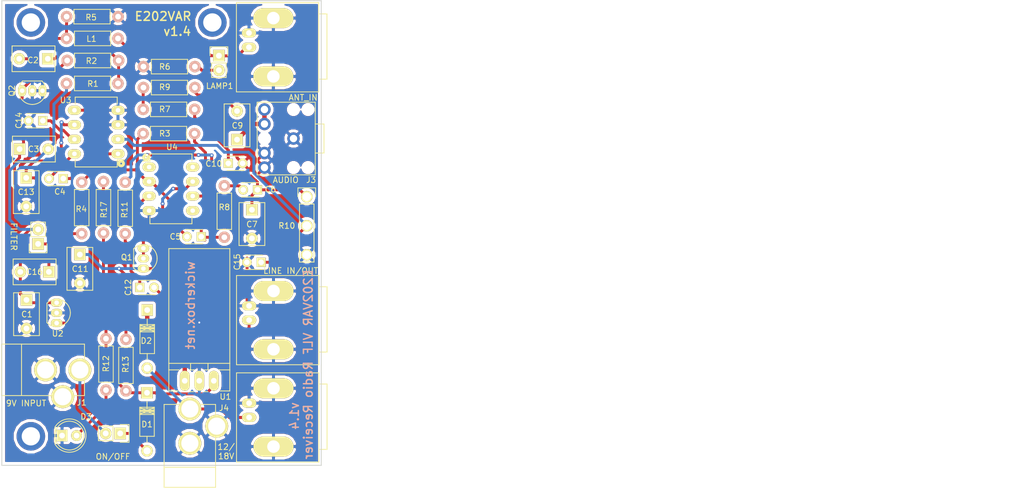
<source format=kicad_pcb>
(kicad_pcb (version 4) (host pcbnew 4.0.5-e0-6337~49~ubuntu16.04.1)
  (title_block (title "E202VAR Natural Radio Receiver") (date "16 Oct 2015") (rev v1.4) (company "CERN Open Hardware License v1.2") (comment 1 jenner@wickerbox.net) (comment 2 http://wickerbox.net) (comment 3 "Wickerbox Electronics"))
  (layers (0 F.Cu signal) (31 B.Cu signal) (34 B.Paste user) (35 F.Paste user) (36 B.SilkS user) (37 F.SilkS user) (38 B.Mask user) (39 F.Mask user) (44 Edge.Cuts user))
  (net 0 "")
  (net 1 GND)
  (net 2 "Net-(BNC1-Pad1)")
  (net 3 "Net-(BNC2-Pad1)")
  (net 4 "Net-(BNC3-Pad1)")
  (net 5 +2V)
  (net 6 "Net-(C2-Pad1)")
  (net 7 "Net-(C2-Pad2)")
  (net 8 "Net-(C3-Pad1)")
  (net 9 "Net-(C4-Pad1)")
  (net 10 "Net-(C4-Pad2)")
  (net 11 "Net-(C5-Pad1)")
  (net 12 "Net-(C5-Pad2)")
  (net 13 "Net-(C6-Pad1)")
  (net 14 "Net-(C6-Pad2)")
  (net 15 "Net-(C9-Pad1)")
  (net 16 "Net-(C9-Pad2)")
  (net 17 "Net-(C10-Pad1)")
  (net 18 "Net-(C11-Pad1)")
  (net 19 "Net-(C12-Pad1)")
  (net 20 "Net-(C13-Pad1)")
  (net 21 "Net-(C15-Pad1)")
  (net 22 "Net-(C16-Pad1)")
  (net 23 "Net-(D1-Pad2)")
  (net 24 +9V)
  (net 25 "Net-(D2-Pad1)")
  (net 26 "Net-(D3-Pad2)")
  (net 27 "Net-(J1-Pad1)")
  (net 28 "Net-(LAMP1-Pad2)")
  (net 29 "Net-(R7-Pad1)")
  (net 30 "Net-(C14-Pad1)")
  (module Wickerlib:DIP-8-W7.62MM-LONGPADS (layer F.Cu) (at 88.95588 70.4596 180)
    (fp_text reference U3)
    (fp_text value NJM386 hide)
    (fp_text user %R (at 9.14908 9.38784 180) (layer F.SilkS))
    (pad 1 thru_hole oval (at 0 0 180) (size 2.3 1.6) (drill 0.8) (layers *.Cu *.Mask F.SilkS) (net 9 "Net-(C4-Pad1)"))
    (pad 2 thru_hole oval (at 0 2.54 180) (size 2.3 1.6) (drill 0.8) (layers *.Cu *.Mask F.SilkS) (net 21 "Net-(C15-Pad1)"))
    (pad 3 thru_hole oval (at 0 5.08 180) (size 2.3 1.6) (drill 0.8) (layers *.Cu *.Mask F.SilkS) (net 1 GND))
    (pad 4 thru_hole oval (at 0 7.62 180) (size 2.3 1.6) (drill 0.8) (layers *.Cu *.Mask F.SilkS) (net 1 GND))
    (pad 5 thru_hole oval (at 7.62 7.62 180) (size 2.3 1.6) (drill 0.8) (layers *.Cu *.Mask F.SilkS) (net 29 "Net-(R7-Pad1)"))
    (pad 6 thru_hole oval (at 7.62 5.08 180) (size 2.3 1.6) (drill 0.8) (layers *.Cu *.Mask F.SilkS) (net 20 "Net-(C13-Pad1)"))
    (pad 7 thru_hole oval (at 7.62 2.54 180) (size 2.3 1.6) (drill 0.8) (layers *.Cu *.Mask F.SilkS) (net 30 "Net-(C14-Pad1)"))
    (pad 8 thru_hole oval (at 7.62 0 180) (size 2.3 1.6) (drill 0.8) (layers *.Cu *.Mask F.SilkS) (net 10 "Net-(C4-Pad2)"))
  )
  (module Wickerlib:CONN-ONSHORE-SCREW-GREEN-2PIN-TH (layer F.Cu) (at 74.9808 86.21776 180)
    (fp_text reference J5)
    (fp_text value FILTER hide)
    (pad 1 thru_hole rect (at 0 0 180) (size 2.032 2.032) (drill 1.016) (layers *.Cu *.Mask F.SilkS) (net 22 "Net-(C16-Pad1)"))
    (pad 2 thru_hole oval (at 0 2.54 180) (size 2.032 2.032) (drill 1.016) (layers *.Cu *.Mask F.SilkS) (net 5 +2V))
  )
  (module Wickerlib:RES-CARBONFILM-7MM (layer F.Cu) (at 90.3478 111.91826 90)
    (fp_text reference R13)
    (fp_text value 1K hide)
    (fp_text user %R (at 4.6185 -0.0635 90) (layer F.SilkS))
    (pad 1 thru_hole circle (at 0 0 90) (size 1.99898 1.99898) (drill 1.00076) (layers *.Cu *.SilkS *.Mask) (net 24 +9V))
    (pad 2 thru_hole circle (at 9 0 90) (size 1.99898 1.99898) (drill 1.00076) (layers *.Cu *.SilkS *.Mask) (net 18 "Net-(C11-Pad1)"))
  )
  (module Wickerlib:RES-CARBONFILM-7MM (layer F.Cu) (at 80.06588 54.13248)
    (fp_text reference R2)
    (fp_text value 100K hide)
    (fp_text user %R (at 4.24942 0.08128 180) (layer F.SilkS))
    (pad 1 thru_hole circle (at 0 0) (size 1.99898 1.99898) (drill 1.00076) (layers *.Cu *.SilkS *.Mask) (net 8 "Net-(C3-Pad1)"))
    (pad 2 thru_hole circle (at 9 0) (size 1.99898 1.99898) (drill 1.00076) (layers *.Cu *.SilkS *.Mask) (net 6 "Net-(C2-Pad1)"))
  )
  (module Wickerlib:CAP-DISC-D3MM-P2.5MM (layer F.Cu) (at 79.3858 74.78776 180)
    (fp_text reference C4)
    (fp_text value 10uF hide)
    (fp_text user %R (at 0.595 -2.286 360) (layer F.SilkS))
    (pad 1 thru_hole rect (at 0 0 180) (size 1.6 1.6) (drill 1) (layers *.Cu *.Mask F.SilkS) (net 9 "Net-(C4-Pad1)"))
    (pad 2 thru_hole circle (at 2.5 0 180) (size 1.7 1.7) (drill 1) (layers *.Cu *.Mask F.SilkS) (net 10 "Net-(C4-Pad2)"))
  )
  (module Wickerlib:CAP-DISC-D3MM-P2.5MM (layer F.Cu) (at 103.5158 84.94776 180)
    (fp_text reference C5)
    (fp_text value 150pF hide)
    (fp_text user %R (at 4.532 0 360) (layer F.SilkS))
    (pad 1 thru_hole rect (at 0 0 180) (size 1.6 1.6) (drill 1) (layers *.Cu *.Mask F.SilkS) (net 11 "Net-(C5-Pad1)"))
    (pad 2 thru_hole circle (at 2.5 0 180) (size 1.7 1.7) (drill 1) (layers *.Cu *.Mask F.SilkS) (net 12 "Net-(C5-Pad2)"))
  )
  (module Wickerlib:CAP-DISC-D3MM-P2.5MM (layer F.Cu) (at 113.3583 76.75626 180)
    (fp_text reference C6)
    (fp_text value 10uF hide)
    (fp_text user %R (at -2.2625 0.0635 180) (layer F.SilkS))
    (pad 1 thru_hole rect (at 0 0 180) (size 1.6 1.6) (drill 1) (layers *.Cu *.Mask F.SilkS) (net 13 "Net-(C6-Pad1)"))
    (pad 2 thru_hole circle (at 2.5 0 180) (size 1.7 1.7) (drill 1) (layers *.Cu *.Mask F.SilkS) (net 14 "Net-(C6-Pad2)"))
  )
  (module Wickerlib:CAP-DISC-D3MM-P2.5MM (layer F.Cu) (at 108.2548 72.12076)
    (fp_text reference C10)
    (fp_text value 10nF hide)
    (fp_text user %R (at -2.54 0.0635 180) (layer F.SilkS))
    (pad 1 thru_hole rect (at 0 0) (size 1.6 1.6) (drill 1) (layers *.Cu *.Mask F.SilkS) (net 17 "Net-(C10-Pad1)"))
    (pad 2 thru_hole circle (at 2.5 0) (size 1.7 1.7) (drill 1) (layers *.Cu *.Mask F.SilkS) (net 1 GND))
  )
  (module Wickerlib:CAP-DISC-D3MM-P2.5MM (layer F.Cu) (at 92.7608 93.83776)
    (fp_text reference C12)
    (fp_text value 10uF hide)
    (fp_text user %R (at -2.032 0 270) (layer F.SilkS))
    (pad 1 thru_hole rect (at 0 0) (size 1.6 1.6) (drill 1) (layers *.Cu *.Mask F.SilkS) (net 19 "Net-(C12-Pad1)"))
    (pad 2 thru_hole circle (at 2.5 0) (size 1.7 1.7) (drill 1) (layers *.Cu *.Mask F.SilkS) (net 4 "Net-(BNC3-Pad1)"))
  )
  (module Wickerlib:CONN-ONSHORE-SCREW-GREEN-2PIN-TH (layer F.Cu) (at 89.33942 119.36476 270)
    (fp_text reference J2)
    (fp_text value ON/OFF hide)
    (pad 1 thru_hole rect (at 0 0 270) (size 2.032 2.032) (drill 1.016) (layers *.Cu *.Mask F.SilkS) (net 23 "Net-(D1-Pad2)"))
    (pad 2 thru_hole oval (at 0 2.54 270) (size 2.032 2.032) (drill 1.016) (layers *.Cu *.Mask F.SilkS) (net 27 "Net-(J1-Pad1)"))
  )
  (module Wickerlib:CONN-HEADER-STRAIGHT-P2.54MM-1x02 (layer F.Cu) (at 106.60888 53.29428)
    (fp_text reference LAMP1)
    (fp_text value NEON hide)
    (fp_text user %R (at 0.12192 5.30098 180) (layer F.SilkS))
    (pad 1 thru_hole rect (at 0 0) (size 2.032 2.032) (drill 1.016) (layers *.Cu *.Mask F.SilkS) (net 3 "Net-(BNC2-Pad1)"))
    (pad 2 thru_hole oval (at 0 2.54) (size 2.032 2.032) (drill 1.016) (layers *.Cu *.Mask F.SilkS) (net 28 "Net-(LAMP1-Pad2)"))
  )
  (module Wickerlib:TO-92-INLINE-NARROW-OVAL (layer F.Cu) (at 93.3958 87.48776 270)
    (fp_text reference Q1)
    (fp_text value BC547 hide)
    (fp_text user %R (at 1.0795 2.921 540) (layer F.SilkS))
    (pad 2 thru_hole oval (at 1.27 0 90) (size 1.4 2) (drill 0.8) (layers *.Cu *.Mask F.SilkS) (net 8 "Net-(C3-Pad1)"))
    (pad 3 thru_hole oval (at 3.048 0 90) (size 1.4 2) (drill 0.8) (layers *.Cu *.Mask F.SilkS) (net 18 "Net-(C11-Pad1)"))
    (pad 1 thru_hole oval (at -0.508 0 90) (size 1.4 2) (drill 0.8) (layers *.Cu *.Mask F.SilkS) (net 8 "Net-(C3-Pad1)"))
  )
  (module Wickerlib:TO-92-INLINE-NARROW-OVAL (layer F.Cu) (at 75.2348 59.42076 180)
    (fp_text reference Q2)
    (fp_text value BC547 hide)
    (fp_text user %R (at 4.826 0 270) (layer F.SilkS))
    (pad 2 thru_hole oval (at 1.27 0) (size 1.4 2) (drill 0.8) (layers *.Cu *.Mask F.SilkS) (net 1 GND))
    (pad 3 thru_hole oval (at 3.048 0) (size 1.4 2) (drill 0.8) (layers *.Cu *.Mask F.SilkS) (net 8 "Net-(C3-Pad1)"))
    (pad 1 thru_hole oval (at -0.508 0) (size 1.4 2) (drill 0.8) (layers *.Cu *.Mask F.SilkS) (net 1 GND))
  )
  (module Wickerlib:RES-CARBONFILM-7MM (layer F.Cu) (at 88.9508 58.15076 180)
    (fp_text reference R1)
    (fp_text value 10M hide)
    (fp_text user %R (at 4.3815 -0.0635 180) (layer F.SilkS))
    (pad 1 thru_hole circle (at 0 0 180) (size 1.99898 1.99898) (drill 1.00076) (layers *.Cu *.SilkS *.Mask) (net 6 "Net-(C2-Pad1)"))
    (pad 2 thru_hole circle (at 9 0 180) (size 1.99898 1.99898) (drill 1.00076) (layers *.Cu *.SilkS *.Mask) (net 5 +2V))
  )
  (module Wickerlib:RES-CARBONFILM-7MM (layer F.Cu) (at 93.34422 66.92392)
    (fp_text reference R3)
    (fp_text value 100K hide)
    (fp_text user %R (at 3.79808 -0.01016) (layer F.SilkS))
    (pad 1 thru_hole circle (at 0 0) (size 1.99898 1.99898) (drill 1.00076) (layers *.Cu *.SilkS *.Mask) (net 12 "Net-(C5-Pad2)"))
    (pad 2 thru_hole circle (at 9 0) (size 1.99898 1.99898) (drill 1.00076) (layers *.Cu *.SilkS *.Mask) (net 11 "Net-(C5-Pad1)"))
  )
  (module Wickerlib:RES-CARBONFILM-7MM (layer F.Cu) (at 82.6008 75.42276 270)
    (fp_text reference R4)
    (fp_text value 3.3k hide)
    (fp_text user %R (at 4.699 0.0635 360) (layer F.SilkS))
    (pad 1 thru_hole circle (at 0 0 270) (size 1.99898 1.99898) (drill 1.00076) (layers *.Cu *.SilkS *.Mask) (net 12 "Net-(C5-Pad2)"))
    (pad 2 thru_hole circle (at 9 0 270) (size 1.99898 1.99898) (drill 1.00076) (layers *.Cu *.SilkS *.Mask) (net 22 "Net-(C16-Pad1)"))
  )
  (module Wickerlib:RES-CARBONFILM-7MM (layer F.Cu) (at 79.96604 46.45914)
    (fp_text reference R5)
    (fp_text value 10M hide)
    (fp_text user %R (at 4.28576 0.13462) (layer F.SilkS))
    (pad 1 thru_hole circle (at 0 0) (size 1.99898 1.99898) (drill 1.00076) (layers *.Cu *.SilkS *.Mask) (net 7 "Net-(C2-Pad2)"))
    (pad 2 thru_hole circle (at 9 0) (size 1.99898 1.99898) (drill 1.00076) (layers *.Cu *.SilkS *.Mask) (net 1 GND))
  )
  (module Wickerlib:RES-CARBONFILM-7MM (layer F.Cu) (at 102.40342 55.20182 180)
    (fp_text reference R6)
    (fp_text value 100K hide)
    (fp_text user %R (at 5.26112 -0.02794 180) (layer F.SilkS))
    (pad 1 thru_hole circle (at 0 0 180) (size 1.99898 1.99898) (drill 1.00076) (layers *.Cu *.SilkS *.Mask) (net 28 "Net-(LAMP1-Pad2)"))
    (pad 2 thru_hole circle (at 9 0 180) (size 1.99898 1.99898) (drill 1.00076) (layers *.Cu *.SilkS *.Mask) (net 1 GND))
  )
  (module Wickerlib:RES-CARBONFILM-7MM (layer F.Cu) (at 93.36024 62.68466)
    (fp_text reference R7)
    (fp_text value 10 hide)
    (fp_text user %R (at 3.78206 -0.0254) (layer F.SilkS))
    (pad 1 thru_hole circle (at 0 0) (size 1.99898 1.99898) (drill 1.00076) (layers *.Cu *.SilkS *.Mask) (net 29 "Net-(R7-Pad1)"))
    (pad 2 thru_hole circle (at 9 0) (size 1.99898 1.99898) (drill 1.00076) (layers *.Cu *.SilkS *.Mask) (net 17 "Net-(C10-Pad1)"))
  )
  (module Wickerlib:HOLE-PLATED-3.2MM (layer F.Cu) (at 73.7108 47.48276)
    (fp_text reference H2)
    (fp_text value HOLE-PLATED-3.2MM hide)
    (pad 1 thru_hole circle (at 0 0) (size 5 5) (drill 3.2) (layers *.Cu *.Mask))
  )
  (module Wickerlib:HOLE-PLATED-3.2MM (layer F.Cu) (at 73.7108 119.87276)
    (fp_text reference H3)
    (fp_text value HOLE-PLATED-3.2MM hide)
    (pad 1 thru_hole circle (at 0 0) (size 5 5) (drill 3.2) (layers *.Cu *.Mask))
  )
  (module Wickerlib:HOLE-PLATED-3.2MM (layer F.Cu) (at 105.4608 47.48276)
    (fp_text reference H1)
    (fp_text value HOLE-PLATED-3.2MM hide)
    (pad 1 thru_hole circle (at 0 0) (size 5 5) (drill 3.2) (layers *.Cu *.Mask))
  )
  (module Wickerlib:RES-CARBONFILM-7MM (layer F.Cu) (at 107.5563 76.05776 270)
    (fp_text reference R8)
    (fp_text value 10K hide)
    (fp_text user %R (at 3.7465 0 540) (layer F.SilkS))
    (pad 1 thru_hole circle (at 0 0 270) (size 1.99898 1.99898) (drill 1.00076) (layers *.Cu *.SilkS *.Mask) (net 14 "Net-(C6-Pad2)"))
    (pad 2 thru_hole circle (at 9 0 270) (size 1.99898 1.99898) (drill 1.00076) (layers *.Cu *.SilkS *.Mask) (net 11 "Net-(C5-Pad1)"))
  )
  (module Wickerlib:RES-CARBONFILM-7MM (layer F.Cu) (at 102.40342 58.86704 180)
    (fp_text reference R9)
    (fp_text value 33 hide)
    (fp_text user %R (at 5.26112 0.08128 180) (layer F.SilkS))
    (pad 1 thru_hole circle (at 0 0 180) (size 1.99898 1.99898) (drill 1.00076) (layers *.Cu *.SilkS *.Mask) (net 16 "Net-(C9-Pad2)"))
    (pad 2 thru_hole circle (at 9 0 180) (size 1.99898 1.99898) (drill 1.00076) (layers *.Cu *.SilkS *.Mask) (net 29 "Net-(R7-Pad1)"))
  )
  (module Wickerlib:RES-CARBONFILM-7MM (layer F.Cu) (at 90.2208 84.42276 90)
    (fp_text reference R11)
    (fp_text value 4.7K hide)
    (fp_text user %R (at 4.174 -0.127 90) (layer F.SilkS))
    (pad 1 thru_hole circle (at 0 0 90) (size 1.99898 1.99898) (drill 1.00076) (layers *.Cu *.SilkS *.Mask) (net 19 "Net-(C12-Pad1)"))
    (pad 2 thru_hole circle (at 9 0 90) (size 1.99898 1.99898) (drill 1.00076) (layers *.Cu *.SilkS *.Mask) (net 13 "Net-(C6-Pad1)"))
  )
  (module Wickerlib:RES-CARBONFILM-7MM (layer F.Cu) (at 86.8553 102.79126 270)
    (fp_text reference R12)
    (fp_text value 2.2K hide)
    (fp_text user %R (at 4.3815 0 270) (layer F.SilkS))
    (pad 1 thru_hole circle (at 0 0 270) (size 1.99898 1.99898) (drill 1.00076) (layers *.Cu *.SilkS *.Mask) (net 24 +9V))
    (pad 2 thru_hole circle (at 9 0 270) (size 1.99898 1.99898) (drill 1.00076) (layers *.Cu *.SilkS *.Mask) (net 26 "Net-(D3-Pad2)"))
  )
  (module Wickerlib:RES-CARBONFILM-7MM (layer F.Cu) (at 86.4108 84.31276 90)
    (fp_text reference R17)
    (fp_text value 33 hide)
    (fp_text user %R (at 4.064 0.0635 270) (layer F.SilkS))
    (pad 1 thru_hole circle (at 0 0 90) (size 1.99898 1.99898) (drill 1.00076) (layers *.Cu *.SilkS *.Mask) (net 24 +9V))
    (pad 2 thru_hole circle (at 9 0 90) (size 1.99898 1.99898) (drill 1.00076) (layers *.Cu *.SilkS *.Mask) (net 20 "Net-(C13-Pad1)"))
  )
  (module Wickerlib:TO-92-INLINE-NARROW-OVAL (layer F.Cu) (at 78.2193 97.01276 270)
    (fp_text reference U2)
    (fp_text value TLE2426 hide)
    (fp_text user %R (at 4.8895 -0.1905 360) (layer F.SilkS))
    (pad 2 thru_hole oval (at 1.27 0 90) (size 1.4 2) (drill 0.8) (layers *.Cu *.Mask F.SilkS) (net 1 GND))
    (pad 3 thru_hole oval (at 3.048 0 90) (size 1.4 2) (drill 0.8) (layers *.Cu *.Mask F.SilkS) (net 24 +9V))
    (pad 1 thru_hole oval (at -0.508 0 90) (size 1.4 2) (drill 0.8) (layers *.Cu *.Mask F.SilkS) (net 5 +2V))
  )
  (module Wickerlib:RES-CARBONFILM-7MM (layer F.Cu) (at 88.9508 50.27676 180)
    (fp_text reference L1)
    (fp_text value 3.3UH hide)
    (fp_text user %R (at 4.6355 -0.0635 360) (layer F.SilkS))
    (pad 1 thru_hole circle (at 0 0 180) (size 1.99898 1.99898) (drill 1.00076) (layers *.Cu *.SilkS *.Mask) (net 3 "Net-(BNC2-Pad1)"))
    (pad 2 thru_hole circle (at 9 0 180) (size 1.99898 1.99898) (drill 1.00076) (layers *.Cu *.SilkS *.Mask) (net 7 "Net-(C2-Pad2)"))
  )
  (module Wickerlib:LED-D5MM-2PIN (layer F.Cu) (at 79.1718 119.74576)
    (fp_text reference D3)
    (fp_text value BLUE hide)
    (fp_text user %R (at 4.191 -3.302) (layer F.SilkS))
    (pad 1 thru_hole rect (at 0 0 90) (size 2 1.9) (drill 1.00076) (layers *.Cu *.Mask F.SilkS) (net 1 GND))
    (pad 2 thru_hole circle (at 2.54 0) (size 1.9 1.9) (drill 1.00076) (layers *.Cu *.Mask F.SilkS) (net 26 "Net-(D3-Pad2)"))
  )
  (module Wickerlib:CAP-DISC-D7.5MM-P5MM (layer F.Cu) (at 82.2833 88.07576 270)
    (fp_text reference C11)
    (fp_text value 100nF hide)
    (fp_text user %R (at 2.5235 -0.0635 360) (layer F.SilkS))
    (pad 1 thru_hole rect (at 0 0 270) (size 2 2) (drill 1) (layers *.Cu *.Mask F.SilkS) (net 18 "Net-(C11-Pad1)"))
    (pad 2 thru_hole circle (at 5 0 270) (size 2 2) (drill 1) (layers *.Cu *.Mask F.SilkS) (net 1 GND))
  )
  (module Wickerlib:DIP-8-W7.62MM-LONGPADS (layer F.Cu) (at 94.40164 72.77354)
    (fp_text reference U4)
    (fp_text value TL081CP hide)
    (fp_text user %R (at 4 -3.5) (layer F.SilkS))
    (pad 1 thru_hole oval (at 0 0) (size 2.3 1.6) (drill 0.8) (layers *.Cu *.Mask F.SilkS))
    (pad 2 thru_hole oval (at 0 2.54) (size 2.3 1.6) (drill 0.8) (layers *.Cu *.Mask F.SilkS) (net 12 "Net-(C5-Pad2)"))
    (pad 3 thru_hole oval (at 0 5.08) (size 2.3 1.6) (drill 0.8) (layers *.Cu *.Mask F.SilkS) (net 8 "Net-(C3-Pad1)"))
    (pad 4 thru_hole oval (at 0 7.62) (size 2.3 1.6) (drill 0.8) (layers *.Cu *.Mask F.SilkS) (net 1 GND))
    (pad 5 thru_hole oval (at 7.62 7.62) (size 2.3 1.6) (drill 0.8) (layers *.Cu *.Mask F.SilkS))
    (pad 6 thru_hole oval (at 7.62 5.08) (size 2.3 1.6) (drill 0.8) (layers *.Cu *.Mask F.SilkS) (net 11 "Net-(C5-Pad1)"))
    (pad 7 thru_hole oval (at 7.62 2.54) (size 2.3 1.6) (drill 0.8) (layers *.Cu *.Mask F.SilkS) (net 18 "Net-(C11-Pad1)"))
    (pad 8 thru_hole oval (at 7.62 0) (size 2.3 1.6) (drill 0.8) (layers *.Cu *.Mask F.SilkS))
  )
  (module Wickerlib:RES-TRIMPOT-TTELEC-P160-TH (layer F.Cu) (at 121.9708 77.96276)
    (fp_text reference R10)
    (fp_text value 10K hide)
    (fp_text user %R (at -3.4925 5.08 180) (layer F.SilkS))
    (pad 1 thru_hole circle (at 0 0) (size 2.032 2.032) (drill 1.524) (layers *.Cu *.Mask F.SilkS) (net 13 "Net-(C6-Pad1)"))
    (pad 2 thru_hole circle (at 0 5.08) (size 2.032 2.032) (drill 1.524) (layers *.Cu *.Mask F.SilkS) (net 21 "Net-(C15-Pad1)"))
    (pad 3 thru_hole circle (at 0 10.16) (size 2.032 2.032) (drill 1.524) (layers *.Cu *.Mask F.SilkS) (net 1 GND))
  )
  (module Wickerlib:DIODE-DO-41 (layer F.Cu) (at 94.06382 97.78746 270)
    (fp_text reference D2)
    (fp_text value 1N4001 hide)
    (fp_text user %R (at 5.3848 0.16002 540) (layer F.SilkS))
    (pad 2 thru_hole circle (at 10.16 -0.00254 90) (size 1.99898 1.99898) (drill 1.27) (layers *.Cu *.Mask F.SilkS) (net 2 "Net-(BNC1-Pad1)"))
    (pad 1 thru_hole rect (at 0 -0.00254 90) (size 1.99898 1.99898) (drill 1.00076) (layers *.Cu *.Mask F.SilkS) (net 25 "Net-(D2-Pad1)"))
  )
  (module Wickerlib:DIODE-DO-41 (layer F.Cu) (at 94.02826 112.25276 270)
    (fp_text reference D1)
    (fp_text value 1N4001 hide)
    (fp_text user %R (at 5.5245 -0.00254 360) (layer F.SilkS))
    (pad 2 thru_hole circle (at 10.16 -0.00254 90) (size 1.99898 1.99898) (drill 1.27) (layers *.Cu *.Mask F.SilkS) (net 23 "Net-(D1-Pad2)"))
    (pad 1 thru_hole rect (at 0 -0.00254 90) (size 1.99898 1.99898) (drill 1.00076) (layers *.Cu *.Mask F.SilkS) (net 24 +9V))
  )
  (module Wickerlib:CAP-DISC-D7.5MM-P5MM (layer F.Cu) (at 76.8693 91.10726 180)
    (fp_text reference C16)
    (fp_text value 4.7nF hide)
    (fp_text user %R (at 2.5235 0 180) (layer F.SilkS))
    (pad 1 thru_hole rect (at 0 0 180) (size 2 2) (drill 1) (layers *.Cu *.Mask F.SilkS) (net 22 "Net-(C16-Pad1)"))
    (pad 2 thru_hole circle (at 5 0 180) (size 2 2) (drill 1) (layers *.Cu *.Mask F.SilkS) (net 5 +2V))
  )
  (module Wickerlib:CAP-DISC-D7.5MM-P5MM (layer F.Cu) (at 72.898 74.66202 270)
    (fp_text reference C13)
    (fp_text value 100uF hide)
    (fp_text user %R (at 2.47524 0.0127 360) (layer F.SilkS))
    (pad 1 thru_hole rect (at 0 0 270) (size 2 2) (drill 1) (layers *.Cu *.Mask F.SilkS) (net 20 "Net-(C13-Pad1)"))
    (pad 2 thru_hole circle (at 5 0 270) (size 2 2) (drill 1) (layers *.Cu *.Mask F.SilkS) (net 1 GND))
  )
  (module Wickerlib:CAP-DISC-D7.5MM-P5MM (layer F.Cu) (at 109.7788 67.97676 90)
    (fp_text reference C9)
    (fp_text value 100uF hide)
    (fp_text user %R (at 2.46 0.0635 180) (layer F.SilkS))
    (pad 1 thru_hole rect (at 0 0 90) (size 2 2) (drill 1) (layers *.Cu *.Mask F.SilkS) (net 15 "Net-(C9-Pad1)"))
    (pad 2 thru_hole circle (at 5 0 90) (size 2 2) (drill 1) (layers *.Cu *.Mask F.SilkS) (net 16 "Net-(C9-Pad2)"))
  )
  (module Wickerlib:CAP-DISC-D7.5MM-P5MM (layer F.Cu) (at 112.3823 80.24876 270)
    (fp_text reference C7)
    (fp_text value 4.7nF hide)
    (fp_text user %R (at 2.54 0 360) (layer F.SilkS))
    (pad 1 thru_hole rect (at 0 0 270) (size 2 2) (drill 1) (layers *.Cu *.Mask F.SilkS) (net 13 "Net-(C6-Pad1)"))
    (pad 2 thru_hole circle (at 5 0 270) (size 2 2) (drill 1) (layers *.Cu *.Mask F.SilkS) (net 1 GND))
  )
  (module Wickerlib:CAP-DISC-D7.5MM-P5MM (layer F.Cu) (at 71.73976 69.62648)
    (fp_text reference C3)
    (fp_text value 8.2pF hide)
    (fp_text user %R (at 2.45 0.01778) (layer F.SilkS))
    (pad 1 thru_hole rect (at 0 0) (size 2 2) (drill 1) (layers *.Cu *.Mask F.SilkS) (net 8 "Net-(C3-Pad1)"))
    (pad 2 thru_hole circle (at 5 0) (size 2 2) (drill 1) (layers *.Cu *.Mask F.SilkS) (net 5 +2V))
  )
  (module Wickerlib:CAP-DISC-D7.5MM-P5MM (layer F.Cu) (at 76.6788 53.83276 180)
    (fp_text reference C2)
    (fp_text value 100nF hide)
    (fp_text user %R (at 2.587 -0.254 180) (layer F.SilkS))
    (pad 1 thru_hole rect (at 0 0 180) (size 2 2) (drill 1) (layers *.Cu *.Mask F.SilkS) (net 6 "Net-(C2-Pad1)"))
    (pad 2 thru_hole circle (at 5 0 180) (size 2 2) (drill 1) (layers *.Cu *.Mask F.SilkS) (net 7 "Net-(C2-Pad2)"))
  )
  (module Wickerlib:CAP-DISC-D7.5MM-P5MM (layer F.Cu) (at 72.9488 96.01326 270)
    (fp_text reference C1)
    (fp_text value 33nF hide)
    (fp_text user %R (at 2.5235 -0.0635 360) (layer F.SilkS))
    (pad 1 thru_hole rect (at 0 0 270) (size 2 2) (drill 1) (layers *.Cu *.Mask F.SilkS) (net 5 +2V))
    (pad 2 thru_hole circle (at 5 0 270) (size 2 2) (drill 1) (layers *.Cu *.Mask F.SilkS) (net 1 GND))
  )
  (module Wickerlib:CONN-BARREL-JACK-2.5x5.5MM-TH (layer F.Cu) (at 82.28316 108.35226)
    (fp_text reference J1)
    (fp_text value 9V hide)
    (fp_text user %R (at 0.31764 5.615) (layer F.SilkS))
    (pad 1 thru_hole circle (at 0.00014 -0.1) (size 4 4) (drill 2.99974) (layers *.Cu *.Mask F.SilkS) (net 27 "Net-(J1-Pad1)"))
    (pad 2 thru_hole circle (at -5.99934 -0.1) (size 4 4) (drill 2.99974) (layers *.Cu *.Mask F.SilkS) (net 1 GND))
    (pad 3 thru_hole circle (at -2.9996 4.599) (size 4 4) (drill 2.99974) (layers *.Cu *.Mask F.SilkS) (net 1 GND))
  )
  (module Wickerlib:CONN-BARREL-JACK-2.5x5.5MM-TH (layer F.Cu) (at 101.6238 115.09516 90)
    (fp_text reference J4)
    (fp_text value 12V/18V hide)
    (fp_text user %R (at 0.1754 5.869 180) (layer F.SilkS))
    (pad 1 thru_hole circle (at 0.00014 -0.1 90) (size 4 4) (drill 2.99974) (layers *.Cu *.Mask F.SilkS) (net 2 "Net-(BNC1-Pad1)"))
    (pad 2 thru_hole circle (at -5.99934 -0.1 90) (size 4 4) (drill 2.99974) (layers *.Cu *.Mask F.SilkS) (net 1 GND))
    (pad 3 thru_hole circle (at -2.9996 4.599 90) (size 4 4) (drill 2.99974) (layers *.Cu *.Mask F.SilkS) (net 1 GND))
  )
  (module Wickerlib:SJ1-3523N (layer F.Cu) (at 119.65178 65.24498 180)
    (fp_text reference J3)
    (fp_text value HEADPHONES hide)
    (fp_text user %R (at -3.08102 -9.779 180) (layer F.SilkS))
    (pad 4 thru_hole circle (at 5.08 -7.62 180) (size 2.1844 2.1844) (drill 1.2954) (layers *.Cu *.Mask) (net 1 GND))
    (pad 3 thru_hole circle (at 5.08 -5.08 180) (size 2.1844 2.1844) (drill 1.2954) (layers *.Cu *.Mask) (net 1 GND))
    (pad "" np_thru_hole circle (at 5.08 -2.54 180) (size 1.2954 1.2954) (drill 1.2954) (layers *.Cu))
    (pad 2 thru_hole circle (at 5.08 0 180) (size 2.1844 2.1844) (drill 1.2954) (layers *.Cu *.Mask) (net 15 "Net-(C9-Pad1)"))
    (pad 1 thru_hole circle (at 5.08 2.54 180) (size 2.1844 2.1844) (drill 1.2954) (layers *.Cu *.Mask) (net 15 "Net-(C9-Pad1)"))
    (pad 5 thru_hole circle (at 0 -2.54 180) (size 2.1844 2.1844) (drill 1.2954) (layers *.Cu *.Mask) (net 1 GND))
    (pad "" np_thru_hole circle (at 0 -7.62 180) (size 1.2954 1.2954) (drill 1.2954) (layers *.Cu))
    (pad "" np_thru_hole circle (at -2.54 -7.62 180) (size 1.2954 1.2954) (drill 1.2954) (layers *.Cu))
    (pad "" np_thru_hole circle (at 0 2.54 180) (size 1.2954 1.2954) (drill 1.2954) (layers *.Cu))
    (pad "" np_thru_hole circle (at -2.54 2.54 180) (size 1.2954 1.2954) (drill 1.2954) (layers *.Cu))
  )
  (module Wickerlib:CONN-BNC-TECONN-1-1634612-0 (layer F.Cu) (at 116.8908 116.57076 270)
    (fp_text reference BNC1)
    (fp_text value 12/18V hide)
    (pad 2 thru_hole oval (at -5.09778 0.7366 270) (size 3.50012 7.00024) (drill 2.19964) (layers *.Cu *.Mask F.SilkS) (net 1 GND))
    (pad 2 thru_hole oval (at 5.10032 0.7366 270) (size 3.50012 7.00024) (drill 2.19964) (layers *.Cu *.Mask F.SilkS) (net 1 GND))
    (pad 1 thru_hole oval (at 0 5.00126 270) (size 1.6002 2.49936) (drill 1.00076) (layers *.Cu *.Mask F.SilkS) (net 2 "Net-(BNC1-Pad1)"))
    (pad 2 thru_hole oval (at -2.49936 5.00126 270) (size 1.6002 2.49936) (drill 1.00076) (layers *.Cu *.Mask F.SilkS) (net 1 GND))
  )
  (module Wickerlib:CONN-BNC-TECONN-1-1634612-0 (layer F.Cu) (at 116.8654 51.81854 270)
    (fp_text reference BNC2)
    (fp_text value "ANT IN" hide)
    (pad 2 thru_hole oval (at -5.09778 0.7366 270) (size 3.50012 7.00024) (drill 2.19964) (layers *.Cu *.Mask F.SilkS) (net 1 GND))
    (pad 2 thru_hole oval (at 5.10032 0.7366 270) (size 3.50012 7.00024) (drill 2.19964) (layers *.Cu *.Mask F.SilkS) (net 1 GND))
    (pad 1 thru_hole oval (at 0 5.00126 270) (size 1.6002 2.49936) (drill 1.00076) (layers *.Cu *.Mask F.SilkS) (net 3 "Net-(BNC2-Pad1)"))
    (pad 2 thru_hole oval (at -2.49936 5.00126 270) (size 1.6002 2.49936) (drill 1.00076) (layers *.Cu *.Mask F.SilkS) (net 1 GND))
  )
  (module Wickerlib:CONN-BNC-TECONN-1-1634612-0 (layer F.Cu) (at 116.8908 99.55276 270)
    (fp_text reference BNC3)
    (fp_text value "LINE IN/OUT" hide)
    (pad 2 thru_hole oval (at -5.09778 0.7366 270) (size 3.50012 7.00024) (drill 2.19964) (layers *.Cu *.Mask F.SilkS) (net 1 GND))
    (pad 2 thru_hole oval (at 5.10032 0.7366 270) (size 3.50012 7.00024) (drill 2.19964) (layers *.Cu *.Mask F.SilkS) (net 1 GND))
    (pad 1 thru_hole oval (at 0 5.00126 270) (size 1.6002 2.49936) (drill 1.00076) (layers *.Cu *.Mask F.SilkS) (net 4 "Net-(BNC3-Pad1)"))
    (pad 2 thru_hole oval (at -2.49936 5.00126 270) (size 1.6002 2.49936) (drill 1.00076) (layers *.Cu *.Mask F.SilkS) (net 1 GND))
  )
  (module Wickerlib:TO-220-NEUTRAL123-HORZ-LONGPADS (layer F.Cu) (at 103.1748 110.15726)
    (fp_text reference U1)
    (fp_text value MC7809 hide)
    (fp_text user %R (at 4.572 2.794) (layer F.SilkS))
    (pad 2 thru_hole oval (at 0 0 90) (size 3.50012 1.69926) (drill 1.00076) (layers *.Cu *.Mask F.SilkS) (net 1 GND))
    (pad 1 thru_hole oval (at -2.54 0 90) (size 3.50012 1.69926) (drill 1.00076) (layers *.Cu *.Mask F.SilkS) (net 25 "Net-(D2-Pad1)"))
    (pad 3 thru_hole oval (at 2.54 0 90) (size 3.50012 1.69926) (drill 1.00076) (layers *.Cu *.Mask F.SilkS) (net 24 +9V))
    (pad 2 smd rect (at 0 -15.494) (size 7 10) (layers F.Cu F.Mask) (net 1 GND))
  )
  (module Wickerlib:CAP-DISC-D3MM-P2.5MM (layer F.Cu) (at 75.8063 64.66586 180)
    (fp_text reference C14)
    (fp_text value 22nF hide)
    (fp_text user %R (at 4.2 0.05 270) (layer F.SilkS))
    (pad 1 thru_hole rect (at 0 0 180) (size 1.6 1.6) (drill 1) (layers *.Cu *.Mask F.SilkS) (net 30 "Net-(C14-Pad1)"))
    (pad 2 thru_hole circle (at 2.5 0 180) (size 1.7 1.7) (drill 1) (layers *.Cu *.Mask F.SilkS) (net 1 GND))
  )
  (module Wickerlib:CAP-DISC-D3MM-P2.5MM (layer F.Cu) (at 113.9933 89.43086 180)
    (fp_text reference C15)
    (fp_text value 22nF hide)
    (fp_text user %R (at 4.2 0.05 270) (layer F.SilkS))
    (pad 1 thru_hole rect (at 0 0 180) (size 1.6 1.6) (drill 1) (layers *.Cu *.Mask F.SilkS) (net 21 "Net-(C15-Pad1)"))
    (pad 2 thru_hole circle (at 2.5 0 180) (size 1.7 1.7) (drill 1) (layers *.Cu *.Mask F.SilkS) (net 1 GND))
  )
  (gr_text v1.4 (at 99.314 49.04486) (layer F.SilkS) (effects (font (thickness 0.254))))
  (gr_text E202VAR (at 96.8375 46.41596) (layer F.SilkS) (effects (font (thickness 0.254))))
  (gr_text "9V INPUT" (at 72.8853 114.09426) (layer F.SilkS) (effects (font (size 1.016 1.016) (thickness 0.1524))))
  (gr_text AUDIO (at 118.2878 75.04176) (layer F.SilkS) (effects (font (size 1.016 1.016) (thickness 0.1524))))
  (gr_text "LINE IN/OUT" (at 119.1768 90.91676) (layer F.SilkS) (effects (font (size 1.016 1.016) (thickness 0.1524))))
  (gr_text ANT_IN (at 121.3358 60.62726) (layer F.SilkS) (effects (font (size 1.016 1.016) (thickness 0.1524))))
  (gr_text "12/\n18V" (at 107.8738 122.53976) (layer F.SilkS) (effects (font (size 1.016 1.016) (thickness 0.1524))))
  (gr_text FILTER (at 70.7263 84.94776 270) (layer F.SilkS) (effects (font (size 1.016 1.016) (thickness 0.1524))))
  (gr_text ON/OFF (at 88.06688 123.42876) (layer F.SilkS) (effects (font (size 1.016 1.016) (thickness 0.1524))))
  (gr_text v1.4 (at 119.8118 116.31676 90) (layer B.SilkS) (effects (font (thickness 0.254)) (justify mirror)))
  (gr_text wickerbox.net (at 101.6127 96.94926 90) (layer B.SilkS) (effects (font (thickness 0.254)) (justify mirror)))
  (gr_text "E202VAR VLF Radio Receiver" (at 122.2248 107.29976 90) (layer B.SilkS) (effects (font (thickness 0.254)) (justify mirror)))
  (gr_line (start 123.2408 43.67276) (end 124.5108 43.67276) (layer Edge.Cuts) (width 0.1524))
  (gr_line (start 68.6308 43.67276) (end 123.2408 43.67276) (layer Edge.Cuts) (width 0.1524))
  (gr_line (start 68.6308 124.95276) (end 68.6308 43.67276) (layer Edge.Cuts) (width 0.1524))
  (gr_line (start 124.5108 124.95276) (end 68.6308 124.95276) (layer Edge.Cuts) (width 0.1524))
  (gr_line (start 124.5108 43.67276) (end 124.5108 124.95276) (layer Edge.Cuts) (width 0.1524))
  (segment (start 75.7428 59.42076) (end 75.7428 62.2935) (width 0.508) (layer F.Cu) (net 1))
  (segment (start 73.9648 59.42076) (end 75.7428 59.42076) (width 0.508) (layer F.Cu) (net 1))
  (segment (start 111.5333 88.69426) (end 111.5333 96.69716) (width 0.508) (layer F.Cu) (net 1))
  (segment (start 111.5333 96.69716) (end 111.88954 97.0534) (width 0.508) (layer F.Cu) (net 1))
  (segment (start 88.95588 62.8396) (end 88.95588 65.3796) (width 0.508) (layer F.Cu) (net 1))
  (segment (start 103.1748 99.97186) (end 103.1748 94.66326) (width 0.254) (layer F.Cu) (net 1))
  (via (at 103.1748 99.97186) (size 0.6858) (drill 0.3302) (layers F.Cu B.Cu) (net 1))
  (segment (start 103.1113 111.18469) (end 103.1113 110.28426) (width 0.508) (layer F.Cu) (net 1))
  (segment (start 94.06636 107.94746) (end 101.21392 115.09502) (width 0.508) (layer B.Cu) (net 2))
  (segment (start 101.21392 115.09502) (end 101.5238 115.09502) (width 0.508) (layer B.Cu) (net 2))
  (segment (start 111.88954 116.57076) (end 110.49254 116.57076) (width 0.508) (layer F.Cu) (net 2))
  (segment (start 110.49254 116.57076) (end 110.0328 116.57076) (width 0.508) (layer F.Cu) (net 2))
  (segment (start 101.5238 115.09502) (end 106.934902 115.09502) (width 0.508) (layer F.Cu) (net 2))
  (segment (start 108.410642 116.57076) (end 110.49254 116.57076) (width 0.508) (layer F.Cu) (net 2))
  (segment (start 106.934902 115.09502) (end 108.410642 116.57076) (width 0.508) (layer F.Cu) (net 2))
  (segment (start 103.9622 52.05476) (end 90.7288 52.05476) (width 0.508) (layer F.Cu) (net 3))
  (segment (start 90.7288 52.05476) (end 88.9508 50.27676) (width 0.508) (layer F.Cu) (net 3))
  (segment (start 105.20172 53.29428) (end 103.9622 52.05476) (width 0.508) (layer F.Cu) (net 3))
  (segment (start 106.60888 53.29428) (end 105.20172 53.29428) (width 0.508) (layer F.Cu) (net 3))
  (segment (start 106.7308 53.32476) (end 109.90834 53.32476) (width 0.508) (layer F.Cu) (net 3))
  (segment (start 109.90834 53.32476) (end 111.41456 51.81854) (width 0.508) (layer F.Cu) (net 3))
  (segment (start 111.41456 51.81854) (end 111.86414 51.81854) (width 0.508) (layer F.Cu) (net 3))
  (segment (start 111.88954 99.55276) (end 111.88954 100.86086) (width 0.508) (layer F.Cu) (net 4))
  (segment (start 111.88954 100.86086) (end 111.03864 101.71176) (width 0.508) (layer F.Cu) (net 4))
  (segment (start 111.03864 101.71176) (end 100.5078 101.71176) (width 0.508) (layer F.Cu) (net 4))
  (segment (start 100.5078 101.71176) (end 97.2058 98.40976) (width 0.508) (layer F.Cu) (net 4))
  (segment (start 97.2058 98.40976) (end 97.2058 95.74276) (width 0.508) (layer F.Cu) (net 4))
  (segment (start 97.2058 95.74276) (end 95.15666 93.69362) (width 0.508) (layer F.Cu) (net 4))
  (segment (start 71.5772 71.80326) (end 74.56298 71.80326) (width 0.508) (layer B.Cu) (net 5))
  (segment (start 74.56298 71.80326) (end 76.73976 69.62648) (width 0.508) (layer B.Cu) (net 5))
  (segment (start 70.0151 73.36536) (end 71.5772 71.80326) (width 0.508) (layer B.Cu) (net 5))
  (segment (start 70.0151 81.97596) (end 70.0151 73.36536) (width 0.508) (layer B.Cu) (net 5))
  (segment (start 71.7169 83.67776) (end 70.0151 81.97596) (width 0.508) (layer B.Cu) (net 5))
  (segment (start 74.9808 83.67776) (end 71.7169 83.67776) (width 0.508) (layer B.Cu) (net 5))
  (segment (start 74.9808 83.67776) (end 73.54396 83.67776) (width 0.508) (layer F.Cu) (net 5))
  (segment (start 73.54396 83.67776) (end 71.8693 85.35242) (width 0.508) (layer F.Cu) (net 5))
  (segment (start 71.8693 85.35242) (end 71.8693 89.693047) (width 0.508) (layer F.Cu) (net 5))
  (segment (start 71.8693 89.693047) (end 71.8693 91.10726) (width 0.508) (layer F.Cu) (net 5))
  (segment (start 71.8693 91.10726) (end 71.8693 94.93376) (width 0.508) (layer F.Cu) (net 5))
  (segment (start 71.8693 94.93376) (end 72.9488 96.01326) (width 0.508) (layer F.Cu) (net 5))
  (segment (start 78.2193 96.50476) (end 73.4403 96.50476) (width 0.508) (layer F.Cu) (net 5))
  (segment (start 73.4403 96.50476) (end 72.9488 96.01326) (width 0.508) (layer F.Cu) (net 5))
  (segment (start 79.9508 58.15076) (end 79.9508 59.564252) (width 0.508) (layer B.Cu) (net 5))
  (segment (start 79.9508 59.564252) (end 77.739759 61.775293) (width 0.508) (layer B.Cu) (net 5))
  (segment (start 77.739759 61.775293) (end 77.739759 68.626481) (width 0.508) (layer B.Cu) (net 5))
  (segment (start 77.739759 68.626481) (end 76.73976 69.62648) (width 0.508) (layer B.Cu) (net 5))
  (segment (start 89.06588 54.13248) (end 89.06588 58.03568) (width 0.508) (layer F.Cu) (net 6))
  (segment (start 89.06588 58.03568) (end 88.9508 58.15076) (width 0.508) (layer F.Cu) (net 6))
  (segment (start 79.4108 52.30876) (end 87.24216 52.30876) (width 0.508) (layer F.Cu) (net 6))
  (segment (start 87.24216 52.30876) (end 89.06588 54.13248) (width 0.508) (layer F.Cu) (net 6))
  (segment (start 76.6788 53.83276) (end 77.8868 53.83276) (width 0.508) (layer F.Cu) (net 6))
  (segment (start 77.8868 53.83276) (end 79.4108 52.30876) (width 0.508) (layer F.Cu) (net 6))
  (segment (start 79.9508 50.27676) (end 79.9508 48.08728) (width 0.508) (layer F.Cu) (net 7))
  (segment (start 79.96604 48.07204) (end 79.9508 48.08728) (width 0.508) (layer F.Cu) (net 7))
  (segment (start 79.9508 48.08728) (end 79.9508 47.84676) (width 0.508) (layer F.Cu) (net 7))
  (segment (start 79.96604 46.45914) (end 79.96604 48.07204) (width 0.508) (layer F.Cu) (net 7))
  (segment (start 77.0128 50.27676) (end 79.9508 50.27676) (width 0.508) (layer F.Cu) (net 7))
  (segment (start 73.4568 53.83276) (end 77.0128 50.27676) (width 0.508) (layer F.Cu) (net 7))
  (segment (start 71.6788 53.83276) (end 73.4568 53.83276) (width 0.508) (layer F.Cu) (net 7))
  (segment (start 72.6948 77.45476) (end 75.4253 77.45476) (width 0.508) (layer F.Cu) (net 8))
  (segment (start 75.4253 77.45476) (end 77.43242 79.46188) (width 0.508) (layer F.Cu) (net 8))
  (segment (start 77.43242 79.46188) (end 92.4433 79.46188) (width 0.508) (layer F.Cu) (net 8))
  (segment (start 70.8533 75.61326) (end 72.6948 77.45476) (width 0.508) (layer F.Cu) (net 8))
  (segment (start 70.8533 72.02094) (end 70.8533 75.61326) (width 0.508) (layer F.Cu) (net 8))
  (segment (start 71.73976 69.62648) (end 71.73976 71.13448) (width 0.508) (layer F.Cu) (net 8))
  (segment (start 71.73976 71.13448) (end 70.8533 72.02094) (width 0.508) (layer F.Cu) (net 8))
  (segment (start 92.4433 84.81926) (end 92.4433 79.46188) (width 0.508) (layer F.Cu) (net 8))
  (segment (start 92.4433 79.46188) (end 94.05164 77.85354) (width 0.508) (layer F.Cu) (net 8))
  (segment (start 94.05164 77.85354) (end 94.40164 77.85354) (width 0.508) (layer F.Cu) (net 8))
  (segment (start 93.3958 86.97976) (end 93.3958 85.77176) (width 0.508) (layer F.Cu) (net 8))
  (segment (start 93.3958 85.77176) (end 92.4433 84.81926) (width 0.508) (layer F.Cu) (net 8))
  (segment (start 93.3958 88.75776) (end 93.3958 86.97976) (width 0.508) (layer F.Cu) (net 8))
  (segment (start 70.7517 62.14542) (end 70.7517 66.43828) (width 0.508) (layer F.Cu) (net 8))
  (segment (start 70.7517 66.43828) (end 72.4319 68.11848) (width 0.508) (layer F.Cu) (net 8))
  (segment (start 72.4319 68.11848) (end 72.4319 69.62648) (width 0.508) (layer F.Cu) (net 8))
  (segment (start 72.1868 59.20232) (end 72.1868 60.71032) (width 0.508) (layer F.Cu) (net 8))
  (segment (start 72.1868 60.71032) (end 70.7517 62.14542) (width 0.508) (layer F.Cu) (net 8))
  (segment (start 80.06588 54.13248) (end 76.8096 57.38876) (width 0.508) (layer F.Cu) (net 8))
  (segment (start 76.8096 57.38876) (end 73.9648 57.38876) (width 0.508) (layer F.Cu) (net 8))
  (segment (start 73.9648 57.38876) (end 72.1868 59.16676) (width 0.508) (layer F.Cu) (net 8))
  (segment (start 79.3858 74.78776) (end 80.6938 74.78776) (width 0.508) (layer F.Cu) (net 9))
  (segment (start 80.6938 74.78776) (end 85.02196 70.4596) (width 0.508) (layer F.Cu) (net 9))
  (segment (start 85.02196 70.4596) (end 87.29788 70.4596) (width 0.508) (layer F.Cu) (net 9))
  (segment (start 87.29788 70.4596) (end 88.95588 70.4596) (width 0.508) (layer F.Cu) (net 9))
  (segment (start 76.8858 74.78776) (end 81.21396 70.4596) (width 0.508) (layer F.Cu) (net 10))
  (segment (start 81.21396 70.4596) (end 81.33588 70.4596) (width 0.508) (layer F.Cu) (net 10))
  (segment (start 107.5563 85.05776) (end 103.6258 85.05776) (width 0.508) (layer F.Cu) (net 11))
  (segment (start 103.6258 85.05776) (end 103.5158 84.94776) (width 0.508) (layer F.Cu) (net 11))
  (segment (start 104.2543 77.83576) (end 104.2543 82.90126) (width 0.508) (layer F.Cu) (net 11))
  (segment (start 102.02164 77.85354) (end 103.67964 77.85354) (width 0.508) (layer F.Cu) (net 11))
  (segment (start 102.34422 68.337412) (end 102.34422 66.92392) (width 0.508) (layer F.Cu) (net 11))
  (segment (start 103.67964 77.85354) (end 103.69742 77.83576) (width 0.508) (layer F.Cu) (net 11))
  (segment (start 103.69742 77.83576) (end 104.2543 77.83576) (width 0.508) (layer F.Cu) (net 11))
  (segment (start 104.2543 77.83576) (end 104.2543 70.247492) (width 0.508) (layer F.Cu) (net 11))
  (segment (start 104.2543 70.247492) (end 102.34422 68.337412) (width 0.508) (layer F.Cu) (net 11))
  (segment (start 103.5158 84.94776) (end 103.5158 83.63976) (width 0.508) (layer F.Cu) (net 11))
  (segment (start 103.5158 83.63976) (end 104.2543 82.90126) (width 0.508) (layer F.Cu) (net 11))
  (segment (start 102.37164 77.85354) (end 102.02164 77.85354) (width 0.508) (layer F.Cu) (net 11))
  (segment (start 104.1508 85.58276) (end 103.5158 84.94776) (width 0.508) (layer F.Cu) (net 11))
  (segment (start 93.34422 66.92392) (end 92.344731 67.923409) (width 0.508) (layer F.Cu) (net 12))
  (segment (start 92.344731 67.923409) (end 92.344731 72.920889) (width 0.508) (layer F.Cu) (net 12))
  (segment (start 92.344731 72.920889) (end 92.00186 73.26376) (width 0.508) (layer F.Cu) (net 12))
  (segment (start 84.7598 73.26376) (end 92.00186 73.26376) (width 0.508) (layer F.Cu) (net 12))
  (segment (start 92.00186 73.26376) (end 94.05164 75.31354) (width 0.508) (layer F.Cu) (net 12))
  (segment (start 94.05164 75.31354) (end 94.40164 75.31354) (width 0.508) (layer F.Cu) (net 12))
  (segment (start 82.6008 75.42276) (end 84.7598 73.26376) (width 0.508) (layer F.Cu) (net 12))
  (segment (start 98.4758 79.0377) (end 98.4758 82.40776) (width 0.508) (layer F.Cu) (net 12))
  (segment (start 98.4758 82.40776) (end 101.0158 84.94776) (width 0.508) (layer F.Cu) (net 12))
  (segment (start 94.40164 75.31354) (end 94.75164 75.31354) (width 0.508) (layer F.Cu) (net 12))
  (segment (start 94.75164 75.31354) (end 98.4758 79.0377) (width 0.508) (layer F.Cu) (net 12))
  (segment (start 121.9708 77.96276) (end 120.7643 76.75626) (width 0.508) (layer F.Cu) (net 13))
  (segment (start 120.7643 76.75626) (end 113.3583 76.75626) (width 0.508) (layer F.Cu) (net 13))
  (segment (start 105.3338 70.72376) (end 105.3338 73.13676) (width 0.508) (layer F.Cu) (net 13))
  (segment (start 112.987309 75.075269) (end 113.3583 75.44626) (width 0.508) (layer F.Cu) (net 13))
  (segment (start 105.3338 73.13676) (end 106.5403 74.34326) (width 0.508) (layer F.Cu) (net 13))
  (segment (start 106.5403 74.34326) (end 112.1918 74.34326) (width 0.508) (layer F.Cu) (net 13))
  (segment (start 112.1918 74.34326) (end 112.923809 75.075269) (width 0.508) (layer F.Cu) (net 13))
  (segment (start 113.3583 75.44626) (end 113.3583 76.75626) (width 0.508) (layer F.Cu) (net 13))
  (segment (start 112.923809 75.075269) (end 112.987309 75.075269) (width 0.508) (layer F.Cu) (net 13))
  (segment (start 112.3823 80.24876) (end 112.3823 77.73226) (width 0.508) (layer F.Cu) (net 13))
  (segment (start 112.3823 77.73226) (end 113.3583 76.75626) (width 0.508) (layer F.Cu) (net 13))
  (segment (start 103.0478 70.66026) (end 105.2703 70.66026) (width 0.508) (layer B.Cu) (net 13))
  (segment (start 105.2703 70.66026) (end 105.3338 70.72376) (width 0.508) (layer B.Cu) (net 13))
  (segment (start 103.1113 70.72376) (end 103.0478 70.66026) (width 0.508) (layer B.Cu) (net 13))
  (via (at 105.3338 70.72376) (size 0.6858) (drill 0.3302) (layers F.Cu B.Cu) (net 13))
  (via (at 103.0478 70.66026) (size 0.6858) (drill 0.3302) (layers F.Cu B.Cu) (net 13))
  (segment (start 94.0308 70.66026) (end 103.0478 70.66026) (width 0.508) (layer F.Cu) (net 13))
  (segment (start 92.4433 70.66026) (end 94.0308 70.66026) (width 0.508) (layer B.Cu) (net 13))
  (via (at 94.0308 70.66026) (size 0.6858) (drill 0.3302) (layers F.Cu B.Cu) (net 13))
  (segment (start 91.220289 71.883271) (end 92.4433 70.66026) (width 0.508) (layer B.Cu) (net 13))
  (segment (start 91.220289 72.327771) (end 91.220289 71.883271) (width 0.508) (layer B.Cu) (net 13))
  (segment (start 90.2208 75.42276) (end 91.220289 74.423271) (width 0.508) (layer B.Cu) (net 13))
  (segment (start 91.220289 74.423271) (end 91.220289 72.327771) (width 0.508) (layer B.Cu) (net 13))
  (segment (start 121.7168 77.70876) (end 121.9708 77.96276) (width 0.508) (layer F.Cu) (net 13))
  (segment (start 107.5563 76.05776) (end 110.1598 76.05776) (width 0.508) (layer F.Cu) (net 14))
  (segment (start 110.1598 76.05776) (end 110.8583 76.75626) (width 0.508) (layer F.Cu) (net 14))
  (segment (start 114.57178 62.70498) (end 114.57178 65.24498) (width 0.762) (layer F.Cu) (net 15))
  (segment (start 114.57178 65.24498) (end 112.51058 65.24498) (width 0.762) (layer F.Cu) (net 15))
  (segment (start 112.51058 65.24498) (end 109.7788 67.97676) (width 0.762) (layer F.Cu) (net 15))
  (segment (start 102.40342 58.86704) (end 102.40342 59.66538) (width 0.508) (layer F.Cu) (net 16))
  (segment (start 102.40342 59.66538) (end 102.9208 60.18276) (width 0.508) (layer F.Cu) (net 16))
  (segment (start 102.9208 60.18276) (end 106.9848 60.18276) (width 0.508) (layer F.Cu) (net 16))
  (segment (start 106.9848 60.18276) (end 109.7788 62.97676) (width 0.508) (layer F.Cu) (net 16))
  (segment (start 102.36024 64.098152) (end 102.36024 62.68466) (width 0.508) (layer F.Cu) (net 17))
  (segment (start 102.762848 64.50076) (end 102.36024 64.098152) (width 0.508) (layer F.Cu) (net 17))
  (segment (start 102.9208 64.50076) (end 102.762848 64.50076) (width 0.508) (layer F.Cu) (net 17))
  (segment (start 102.9208 64.50076) (end 108.2548 69.83476) (width 0.508) (layer F.Cu) (net 17))
  (segment (start 108.2548 69.83476) (end 108.2548 72.12076) (width 0.508) (layer F.Cu) (net 17))
  (segment (start 98.6028 76.56576) (end 100.76942 76.56576) (width 0.508) (layer F.Cu) (net 18))
  (segment (start 100.76942 76.56576) (end 102.02164 75.31354) (width 0.508) (layer F.Cu) (net 18))
  (segment (start 96.7613 78.34376) (end 98.5393 76.56576) (width 0.508) (layer B.Cu) (net 18))
  (segment (start 98.5393 76.56576) (end 98.6028 76.56576) (width 0.508) (layer B.Cu) (net 18))
  (via (at 98.6028 76.56576) (size 0.6858) (drill 0.3302) (layers F.Cu B.Cu) (net 18))
  (segment (start 96.7613 79.16926) (end 96.7613 78.34376) (width 0.508) (layer B.Cu) (net 18))
  (segment (start 96.7613 88.67826) (end 96.7613 79.16926) (width 0.508) (layer F.Cu) (net 18))
  (via (at 96.7613 79.16926) (size 0.6858) (drill 0.3302) (layers F.Cu B.Cu) (net 18))
  (segment (start 93.3958 90.53576) (end 94.9038 90.53576) (width 0.508) (layer F.Cu) (net 18))
  (segment (start 94.9038 90.53576) (end 96.7613 88.67826) (width 0.508) (layer F.Cu) (net 18))
  (segment (start 93.3958 90.53576) (end 89.1413 90.53576) (width 0.508) (layer B.Cu) (net 18))
  (segment (start 89.1413 90.53576) (end 86.2513 90.53576) (width 0.508) (layer B.Cu) (net 18))
  (segment (start 90.3478 102.91826) (end 90.3478 91.74226) (width 0.508) (layer F.Cu) (net 18))
  (segment (start 90.3478 91.74226) (end 89.1413 90.53576) (width 0.508) (layer F.Cu) (net 18))
  (via (at 89.1413 90.53576) (size 0.6858) (drill 0.3302) (layers F.Cu B.Cu) (net 18))
  (segment (start 86.2513 90.53576) (end 83.7913 88.07576) (width 0.508) (layer B.Cu) (net 18))
  (segment (start 83.7913 88.07576) (end 82.2833 88.07576) (width 0.508) (layer B.Cu) (net 18))
  (segment (start 92.7608 93.83776) (end 92.7608 92.52976) (width 0.508) (layer F.Cu) (net 19))
  (segment (start 92.7608 92.52976) (end 91.2368 91.00576) (width 0.508) (layer F.Cu) (net 19))
  (segment (start 91.2368 91.00576) (end 91.2368 86.852252) (width 0.508) (layer F.Cu) (net 19))
  (segment (start 91.2368 86.852252) (end 90.2208 85.836252) (width 0.508) (layer F.Cu) (net 19))
  (segment (start 90.2208 85.836252) (end 90.2208 84.42276) (width 0.508) (layer F.Cu) (net 19))
  (segment (start 85.682292 77.45476) (end 77.19874 77.45476) (width 0.508) (layer F.Cu) (net 20))
  (segment (start 77.19874 77.45476) (end 74.406 74.66202) (width 0.508) (layer F.Cu) (net 20))
  (segment (start 74.406 74.66202) (end 72.898 74.66202) (width 0.508) (layer F.Cu) (net 20))
  (segment (start 86.4108 75.31276) (end 86.4108 76.726252) (width 0.508) (layer F.Cu) (net 20))
  (segment (start 86.4108 76.726252) (end 85.682292 77.45476) (width 0.508) (layer F.Cu) (net 20))
  (segment (start 79.03464 68.51142) (end 79.03464 64.9859) (width 0.508) (layer B.Cu) (net 20))
  (segment (start 79.03464 64.9859) (end 79.08036 64.94018) (width 0.508) (layer B.Cu) (net 20))
  (segment (start 79.03464 70.70598) (end 79.03464 68.51142) (width 0.508) (layer F.Cu) (net 20))
  (via (at 79.03464 68.51142) (size 0.6858) (drill 0.3302) (layers F.Cu B.Cu) (net 20))
  (segment (start 78.03642 71.7042) (end 79.03464 70.70598) (width 0.508) (layer F.Cu) (net 20))
  (segment (start 74.34782 71.7042) (end 78.03642 71.7042) (width 0.508) (layer F.Cu) (net 20))
  (segment (start 72.898 74.66202) (end 72.898 73.15402) (width 0.508) (layer F.Cu) (net 20))
  (segment (start 72.898 73.15402) (end 74.34782 71.7042) (width 0.508) (layer F.Cu) (net 20))
  (segment (start 81.33588 65.3796) (end 79.51978 65.3796) (width 0.508) (layer F.Cu) (net 20))
  (segment (start 79.51978 65.3796) (end 79.08036 64.94018) (width 0.508) (layer F.Cu) (net 20))
  (via (at 79.08036 64.94018) (size 0.6858) (drill 0.3302) (layers F.Cu B.Cu) (net 20))
  (segment (start 115.5827 89.43086) (end 116.3193 88.69426) (width 0.508) (layer F.Cu) (net 21))
  (segment (start 112.7125 71.13016) (end 112.7125 73.78446) (width 0.508) (layer B.Cu) (net 21))
  (segment (start 112.7125 73.78446) (end 113.4872 74.55916) (width 0.508) (layer B.Cu) (net 21))
  (segment (start 113.4872 74.55916) (end 121.9708 83.04276) (width 0.508) (layer B.Cu) (net 21))
  (segment (start 111.76 70.17766) (end 112.7125 71.13016) (width 0.508) (layer B.Cu) (net 21))
  (segment (start 107.5309 70.17766) (end 111.76 70.17766) (width 0.508) (layer B.Cu) (net 21))
  (segment (start 106.3371 68.98386) (end 107.5309 70.17766) (width 0.508) (layer B.Cu) (net 21))
  (segment (start 91.7575 68.98386) (end 106.3371 68.98386) (width 0.508) (layer B.Cu) (net 21))
  (segment (start 90.69324 67.9196) (end 91.7575 68.98386) (width 0.508) (layer B.Cu) (net 21))
  (segment (start 88.95588 67.9196) (end 90.69324 67.9196) (width 0.508) (layer B.Cu) (net 21))
  (segment (start 113.9933 89.43086) (end 115.5827 89.43086) (width 0.508) (layer F.Cu) (net 21))
  (segment (start 88.95588 67.9196) (end 88.60588 67.9196) (width 0.508) (layer B.Cu) (net 21))
  (segment (start 116.3193 88.69426) (end 121.9708 83.04276) (width 0.508) (layer F.Cu) (net 21))
  (segment (start 76.8693 91.10726) (end 76.8693 86.51876) (width 0.508) (layer F.Cu) (net 22))
  (segment (start 76.8693 86.51876) (end 76.5683 86.21776) (width 0.508) (layer F.Cu) (net 22))
  (segment (start 74.9808 86.21776) (end 76.5683 86.21776) (width 0.508) (layer F.Cu) (net 22))
  (segment (start 76.5683 86.21776) (end 78.3633 84.42276) (width 0.508) (layer F.Cu) (net 22))
  (segment (start 78.3633 84.42276) (end 82.6008 84.42276) (width 0.508) (layer F.Cu) (net 22))
  (segment (start 89.33942 119.36476) (end 90.9828 119.36476) (width 0.508) (layer F.Cu) (net 23))
  (segment (start 90.9828 119.36476) (end 94.0308 122.41276) (width 0.508) (layer F.Cu) (net 23))
  (segment (start 95.73641 112.45088) (end 104.32161 112.45088) (width 0.508) (layer F.Cu) (net 24))
  (segment (start 104.32161 112.45088) (end 105.7148 111.05769) (width 0.508) (layer F.Cu) (net 24))
  (segment (start 105.7148 111.05769) (end 105.7148 110.15726) (width 0.508) (layer F.Cu) (net 24))
  (segment (start 94.0308 112.25276) (end 95.53829 112.25276) (width 0.508) (layer F.Cu) (net 24))
  (segment (start 95.53829 112.25276) (end 95.73641 112.45088) (width 0.508) (layer F.Cu) (net 24))
  (segment (start 86.8553 102.79126) (end 86.8553 100.67036) (width 0.508) (layer F.Cu) (net 24))
  (segment (start 86.8553 100.67036) (end 86.2457 100.06076) (width 0.508) (layer F.Cu) (net 24))
  (segment (start 78.2193 100.06076) (end 86.2457 100.06076) (width 0.508) (layer F.Cu) (net 24))
  (segment (start 86.2457 100.06076) (end 86.4108 99.89566) (width 0.508) (layer F.Cu) (net 24))
  (segment (start 86.4108 84.31276) (end 86.4108 99.89566) (width 0.508) (layer F.Cu) (net 24))
  (segment (start 94.0308 112.25276) (end 90.6823 112.25276) (width 0.508) (layer F.Cu) (net 24))
  (segment (start 90.6823 112.25276) (end 90.3478 111.91826) (width 0.508) (layer F.Cu) (net 24))
  (segment (start 86.8553 102.79126) (end 86.8553 108.42576) (width 0.508) (layer F.Cu) (net 24))
  (segment (start 86.8553 108.42576) (end 90.3478 111.91826) (width 0.508) (layer F.Cu) (net 24))
  (segment (start 78.5193 100.06076) (end 78.2193 100.06076) (width 0.508) (layer F.Cu) (net 24))
  (segment (start 105.6513 110.28426) (end 105.6513 109.38383) (width 0.508) (layer F.Cu) (net 24))
  (segment (start 94.06636 100.02012) (end 100.6348 106.58856) (width 0.762) (layer F.Cu) (net 25))
  (segment (start 100.6348 106.58856) (end 100.6348 110.15726) (width 0.762) (layer F.Cu) (net 25))
  (segment (start 94.06636 97.78746) (end 94.06636 100.02012) (width 0.762) (layer F.Cu) (net 25))
  (segment (start 94.06636 97.78746) (end 94.107 97.78746) (width 0.508) (layer F.Cu) (net 25))
  (segment (start 86.8553 111.79126) (end 86.8553 114.60226) (width 0.508) (layer F.Cu) (net 26))
  (segment (start 86.8553 114.60226) (end 81.7118 119.74576) (width 0.508) (layer F.Cu) (net 26))
  (segment (start 86.79942 119.36476) (end 82.2833 114.84864) (width 0.508) (layer B.Cu) (net 27))
  (segment (start 82.2833 114.84864) (end 82.2833 108.25226) (width 0.508) (layer B.Cu) (net 27))
  (segment (start 106.62666 55.8419) (end 103.61754 55.8419) (width 0.508) (layer F.Cu) (net 28))
  (segment (start 103.61754 55.8419) (end 103.06382 55.28818) (width 0.508) (layer F.Cu) (net 28))
  (segment (start 93.36024 60.68822) (end 85.14526 60.68822) (width 0.508) (layer F.Cu) (net 29))
  (segment (start 85.14526 60.68822) (end 82.99388 62.8396) (width 0.508) (layer F.Cu) (net 29))
  (segment (start 82.99388 62.8396) (end 81.33588 62.8396) (width 0.508) (layer F.Cu) (net 29))
  (segment (start 93.36024 60.68822) (end 93.36024 58.91022) (width 0.508) (layer F.Cu) (net 29))
  (segment (start 93.36024 62.68466) (end 93.36024 60.68822) (width 0.508) (layer F.Cu) (net 29))
  (segment (start 94.0054 58.91022) (end 94.04858 58.86704) (width 0.508) (layer F.Cu) (net 29))
  (segment (start 78.82128 66.33918) (end 79.40546 66.33918) (width 0.508) (layer F.Cu) (net 30))
  (segment (start 79.40546 66.33918) (end 80.98588 67.9196) (width 0.508) (layer F.Cu) (net 30))
  (segment (start 80.98588 67.9196) (end 81.33588 67.9196) (width 0.508) (layer F.Cu) (net 30))
  (segment (start 75.8552 64.6811) (end 77.1632 64.6811) (width 0.508) (layer F.Cu) (net 30))
  (segment (start 77.1632 64.6811) (end 78.82128 66.33918) (width 0.508) (layer F.Cu) (net 30))
  (zone (net 1) (net_name GND) (layer B.Cu) (connect_pads (clearance 0.508)) (min_thickness 0.254) (fill yes (arc_segments 16) (thermal_gap 0.508) (thermal_bridge_width 0.508))
    (polygon (pts (xy 124.5108 124.95276) (xy 68.6308 124.95276) (xy 68.6308 43.67276) (xy 124.5108 43.67276)))
  )
  (zone (net 1) (net_name GND) (layer F.Cu) (connect_pads (clearance 0.508)) (min_thickness 0.254) (fill yes (arc_segments 16) (thermal_gap 0.508) (thermal_bridge_width 0.508))
    (polygon (pts (xy 124.5108 124.95276) (xy 68.6308 124.95276) (xy 68.6308 43.67276) (xy 124.5108 43.67276)))
  )
)
</source>
